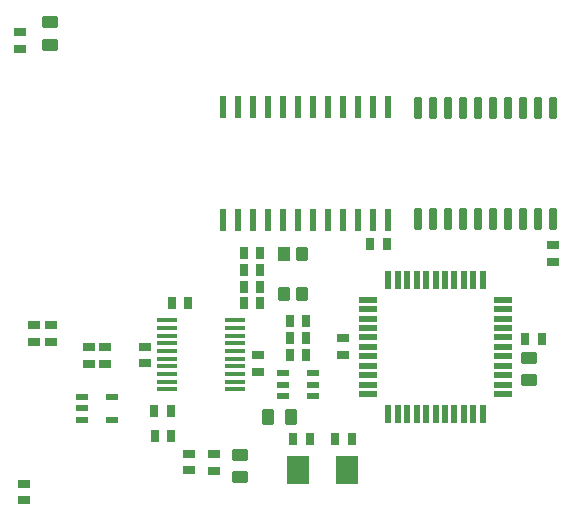
<source format=gtp>
G04*
G04 #@! TF.GenerationSoftware,Altium Limited,Altium Designer,25.8.1 (18)*
G04*
G04 Layer_Color=8421504*
%FSLAX44Y44*%
%MOMM*%
G71*
G04*
G04 #@! TF.SameCoordinates,23F0502B-7B20-4CC9-97BB-DA64BA6573D7*
G04*
G04*
G04 #@! TF.FilePolarity,Positive*
G04*
G01*
G75*
G04:AMPARAMS|DCode=15|XSize=1.05mm|YSize=0.55mm|CornerRadius=0.0688mm|HoleSize=0mm|Usage=FLASHONLY|Rotation=0.000|XOffset=0mm|YOffset=0mm|HoleType=Round|Shape=RoundedRectangle|*
%AMROUNDEDRECTD15*
21,1,1.0500,0.4125,0,0,0.0*
21,1,0.9125,0.5500,0,0,0.0*
1,1,0.1375,0.4563,-0.2063*
1,1,0.1375,-0.4563,-0.2063*
1,1,0.1375,-0.4563,0.2063*
1,1,0.1375,0.4563,0.2063*
%
%ADD15ROUNDEDRECTD15*%
G04:AMPARAMS|DCode=16|XSize=0.72mm|YSize=0.99mm|CornerRadius=0.09mm|HoleSize=0mm|Usage=FLASHONLY|Rotation=90.000|XOffset=0mm|YOffset=0mm|HoleType=Round|Shape=RoundedRectangle|*
%AMROUNDEDRECTD16*
21,1,0.7200,0.8100,0,0,90.0*
21,1,0.5400,0.9900,0,0,90.0*
1,1,0.1800,0.4050,0.2700*
1,1,0.1800,0.4050,-0.2700*
1,1,0.1800,-0.4050,-0.2700*
1,1,0.1800,-0.4050,0.2700*
%
%ADD16ROUNDEDRECTD16*%
G04:AMPARAMS|DCode=17|XSize=1.5mm|YSize=0.54mm|CornerRadius=0.0675mm|HoleSize=0mm|Usage=FLASHONLY|Rotation=270.000|XOffset=0mm|YOffset=0mm|HoleType=Round|Shape=RoundedRectangle|*
%AMROUNDEDRECTD17*
21,1,1.5000,0.4050,0,0,270.0*
21,1,1.3650,0.5400,0,0,270.0*
1,1,0.1350,-0.2025,-0.6825*
1,1,0.1350,-0.2025,0.6825*
1,1,0.1350,0.2025,0.6825*
1,1,0.1350,0.2025,-0.6825*
%
%ADD17ROUNDEDRECTD17*%
G04:AMPARAMS|DCode=18|XSize=1.5mm|YSize=0.54mm|CornerRadius=0.0675mm|HoleSize=0mm|Usage=FLASHONLY|Rotation=180.000|XOffset=0mm|YOffset=0mm|HoleType=Round|Shape=RoundedRectangle|*
%AMROUNDEDRECTD18*
21,1,1.5000,0.4050,0,0,180.0*
21,1,1.3650,0.5400,0,0,180.0*
1,1,0.1350,-0.6825,0.2025*
1,1,0.1350,0.6825,0.2025*
1,1,0.1350,0.6825,-0.2025*
1,1,0.1350,-0.6825,-0.2025*
%
%ADD18ROUNDEDRECTD18*%
G04:AMPARAMS|DCode=19|XSize=0.6mm|YSize=1.85mm|CornerRadius=0.075mm|HoleSize=0mm|Usage=FLASHONLY|Rotation=0.000|XOffset=0mm|YOffset=0mm|HoleType=Round|Shape=RoundedRectangle|*
%AMROUNDEDRECTD19*
21,1,0.6000,1.7000,0,0,0.0*
21,1,0.4500,1.8500,0,0,0.0*
1,1,0.1500,0.2250,-0.8500*
1,1,0.1500,-0.2250,-0.8500*
1,1,0.1500,-0.2250,0.8500*
1,1,0.1500,0.2250,0.8500*
%
%ADD19ROUNDEDRECTD19*%
G04:AMPARAMS|DCode=20|XSize=0.72mm|YSize=0.99mm|CornerRadius=0.09mm|HoleSize=0mm|Usage=FLASHONLY|Rotation=0.000|XOffset=0mm|YOffset=0mm|HoleType=Round|Shape=RoundedRectangle|*
%AMROUNDEDRECTD20*
21,1,0.7200,0.8100,0,0,0.0*
21,1,0.5400,0.9900,0,0,0.0*
1,1,0.1800,0.2700,-0.4050*
1,1,0.1800,-0.2700,-0.4050*
1,1,0.1800,-0.2700,0.4050*
1,1,0.1800,0.2700,0.4050*
%
%ADD20ROUNDEDRECTD20*%
G04:AMPARAMS|DCode=21|XSize=0.55mm|YSize=1.9mm|CornerRadius=0.0688mm|HoleSize=0mm|Usage=FLASHONLY|Rotation=0.000|XOffset=0mm|YOffset=0mm|HoleType=Round|Shape=RoundedRectangle|*
%AMROUNDEDRECTD21*
21,1,0.5500,1.7625,0,0,0.0*
21,1,0.4125,1.9000,0,0,0.0*
1,1,0.1375,0.2063,-0.8813*
1,1,0.1375,-0.2063,-0.8813*
1,1,0.1375,-0.2063,0.8813*
1,1,0.1375,0.2063,0.8813*
%
%ADD21ROUNDEDRECTD21*%
G04:AMPARAMS|DCode=22|XSize=1.4mm|YSize=1.05mm|CornerRadius=0.1313mm|HoleSize=0mm|Usage=FLASHONLY|Rotation=0.000|XOffset=0mm|YOffset=0mm|HoleType=Round|Shape=RoundedRectangle|*
%AMROUNDEDRECTD22*
21,1,1.4000,0.7875,0,0,0.0*
21,1,1.1375,1.0500,0,0,0.0*
1,1,0.2625,0.5688,-0.3938*
1,1,0.2625,-0.5688,-0.3938*
1,1,0.2625,-0.5688,0.3938*
1,1,0.2625,0.5688,0.3938*
%
%ADD22ROUNDEDRECTD22*%
G04:AMPARAMS|DCode=23|XSize=1.9mm|YSize=2.4mm|CornerRadius=0.0475mm|HoleSize=0mm|Usage=FLASHONLY|Rotation=0.000|XOffset=0mm|YOffset=0mm|HoleType=Round|Shape=RoundedRectangle|*
%AMROUNDEDRECTD23*
21,1,1.9000,2.3050,0,0,0.0*
21,1,1.8050,2.4000,0,0,0.0*
1,1,0.0950,0.9025,-1.1525*
1,1,0.0950,-0.9025,-1.1525*
1,1,0.0950,-0.9025,1.1525*
1,1,0.0950,0.9025,1.1525*
%
%ADD23ROUNDEDRECTD23*%
G04:AMPARAMS|DCode=24|XSize=1.4mm|YSize=1.05mm|CornerRadius=0.1313mm|HoleSize=0mm|Usage=FLASHONLY|Rotation=90.000|XOffset=0mm|YOffset=0mm|HoleType=Round|Shape=RoundedRectangle|*
%AMROUNDEDRECTD24*
21,1,1.4000,0.7875,0,0,90.0*
21,1,1.1375,1.0500,0,0,90.0*
1,1,0.2625,0.3938,0.5688*
1,1,0.2625,0.3938,-0.5688*
1,1,0.2625,-0.3938,-0.5688*
1,1,0.2625,-0.3938,0.5688*
%
%ADD24ROUNDEDRECTD24*%
G04:AMPARAMS|DCode=25|XSize=1.7mm|YSize=0.35mm|CornerRadius=0.0438mm|HoleSize=0mm|Usage=FLASHONLY|Rotation=180.000|XOffset=0mm|YOffset=0mm|HoleType=Round|Shape=RoundedRectangle|*
%AMROUNDEDRECTD25*
21,1,1.7000,0.2625,0,0,180.0*
21,1,1.6125,0.3500,0,0,180.0*
1,1,0.0875,-0.8063,0.1313*
1,1,0.0875,0.8063,0.1313*
1,1,0.0875,0.8063,-0.1313*
1,1,0.0875,-0.8063,-0.1313*
%
%ADD25ROUNDEDRECTD25*%
G04:AMPARAMS|DCode=26|XSize=1.15mm|YSize=1.05mm|CornerRadius=0.1313mm|HoleSize=0mm|Usage=FLASHONLY|Rotation=270.000|XOffset=0mm|YOffset=0mm|HoleType=Round|Shape=RoundedRectangle|*
%AMROUNDEDRECTD26*
21,1,1.1500,0.7875,0,0,270.0*
21,1,0.8875,1.0500,0,0,270.0*
1,1,0.2625,-0.3938,-0.4438*
1,1,0.2625,-0.3938,0.4438*
1,1,0.2625,0.3938,0.4438*
1,1,0.2625,0.3938,-0.4438*
%
%ADD26ROUNDEDRECTD26*%
%ADD27R,1.0500X1.1500*%
D15*
X116666Y111130D02*
D03*
X91666D02*
D03*
Y130130D02*
D03*
X116666D02*
D03*
X91666Y120630D02*
D03*
X262156Y131198D02*
D03*
X262156Y140698D02*
D03*
Y150198D02*
D03*
X287156Y150198D02*
D03*
X287156Y140698D02*
D03*
Y131198D02*
D03*
D16*
X110916Y158480D02*
D03*
X97416D02*
D03*
X489926Y258638D02*
D03*
Y244838D02*
D03*
X42230Y56816D02*
D03*
Y43016D02*
D03*
X39416Y438920D02*
D03*
Y425120D02*
D03*
X97416Y172280D02*
D03*
X110916D02*
D03*
X144906Y172848D02*
D03*
Y159048D02*
D03*
X203156Y67948D02*
D03*
X203156Y81848D02*
D03*
X182406Y68048D02*
D03*
Y81848D02*
D03*
X240656Y151548D02*
D03*
Y165348D02*
D03*
X50906Y177048D02*
D03*
Y190848D02*
D03*
X65406Y177048D02*
D03*
Y190848D02*
D03*
X312656Y179848D02*
D03*
Y166048D02*
D03*
D17*
X430870Y115670D02*
D03*
X422870D02*
D03*
X414870D02*
D03*
X406870D02*
D03*
X398870D02*
D03*
X390870D02*
D03*
X382870D02*
D03*
X350870D02*
D03*
Y229670D02*
D03*
X358870D02*
D03*
X366870D02*
D03*
X374870D02*
D03*
X382870D02*
D03*
X390870D02*
D03*
X398870D02*
D03*
X406870D02*
D03*
X414870D02*
D03*
X422870D02*
D03*
X430870D02*
D03*
X358870Y115670D02*
D03*
X366870D02*
D03*
X374870D02*
D03*
D18*
X333870Y132670D02*
D03*
Y148670D02*
D03*
Y156670D02*
D03*
Y172670D02*
D03*
Y180670D02*
D03*
Y188670D02*
D03*
Y196670D02*
D03*
Y204670D02*
D03*
Y212670D02*
D03*
X447870D02*
D03*
Y204670D02*
D03*
Y196670D02*
D03*
Y188670D02*
D03*
Y180670D02*
D03*
Y164670D02*
D03*
Y156670D02*
D03*
Y148670D02*
D03*
Y140670D02*
D03*
Y132670D02*
D03*
X333870Y140670D02*
D03*
X333870Y164670D02*
D03*
X447870Y172670D02*
D03*
D19*
X375626Y281188D02*
D03*
X388326D02*
D03*
X401026D02*
D03*
X413726D02*
D03*
X426426D02*
D03*
X439126D02*
D03*
X451826D02*
D03*
X464526D02*
D03*
X477226D02*
D03*
X489926D02*
D03*
X388326Y374688D02*
D03*
X401026D02*
D03*
X413726D02*
D03*
X426426D02*
D03*
X439126D02*
D03*
X451826D02*
D03*
X464526D02*
D03*
X477226D02*
D03*
X489926D02*
D03*
X375626D02*
D03*
D20*
X467006Y179448D02*
D03*
X480806D02*
D03*
X153006Y97448D02*
D03*
X166806D02*
D03*
X152756Y118198D02*
D03*
X166556D02*
D03*
X284296Y94908D02*
D03*
X270496D02*
D03*
X281556Y165698D02*
D03*
X267756D02*
D03*
X181556Y209448D02*
D03*
X167756D02*
D03*
X242306Y209448D02*
D03*
X228506D02*
D03*
Y223448D02*
D03*
X242306D02*
D03*
Y237948D02*
D03*
X228506D02*
D03*
X242318Y252448D02*
D03*
X228518D02*
D03*
X306056Y94908D02*
D03*
X319856D02*
D03*
X349506Y259358D02*
D03*
X335706D02*
D03*
X267756Y180198D02*
D03*
X281556D02*
D03*
X267756Y194948D02*
D03*
X281556D02*
D03*
D21*
X350226Y375438D02*
D03*
X337526D02*
D03*
X324826D02*
D03*
X312126D02*
D03*
X299426D02*
D03*
X286726D02*
D03*
X274026D02*
D03*
X261326D02*
D03*
X248626D02*
D03*
X235926D02*
D03*
X223226D02*
D03*
X350226Y280438D02*
D03*
X337526D02*
D03*
X324826D02*
D03*
X312126D02*
D03*
X299426D02*
D03*
X286726D02*
D03*
X274026D02*
D03*
X261326D02*
D03*
X248626D02*
D03*
X235926D02*
D03*
X223226D02*
D03*
X210526D02*
D03*
Y375438D02*
D03*
D22*
X64257Y447596D02*
D03*
Y428596D02*
D03*
X225406Y81198D02*
D03*
Y62198D02*
D03*
X470156Y163448D02*
D03*
X470156Y144448D02*
D03*
D23*
X274676Y68238D02*
D03*
X315676D02*
D03*
D24*
X249156Y112948D02*
D03*
X268156D02*
D03*
D25*
X163750Y136750D02*
D03*
X163750Y143250D02*
D03*
Y149750D02*
D03*
X163750Y156250D02*
D03*
X163750Y169250D02*
D03*
X163750Y175750D02*
D03*
Y182250D02*
D03*
Y188750D02*
D03*
Y195250D02*
D03*
X220750D02*
D03*
X220750Y188750D02*
D03*
Y182250D02*
D03*
X220750Y175750D02*
D03*
X220750Y162750D02*
D03*
Y156250D02*
D03*
X220750Y149750D02*
D03*
Y143250D02*
D03*
Y136750D02*
D03*
X163750Y162750D02*
D03*
X220750Y169250D02*
D03*
D26*
X278156Y217698D02*
D03*
X262656D02*
D03*
X278156Y251198D02*
D03*
D27*
X262656D02*
D03*
M02*

</source>
